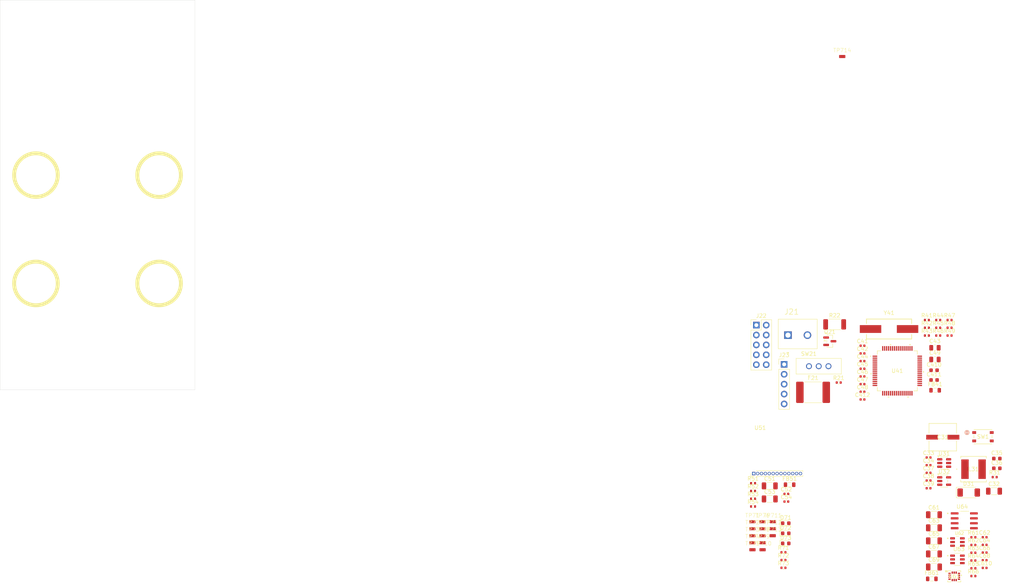
<source format=kicad_pcb>
(kicad_pcb (version 20241229) (generator "pcbnew") (generator_version "9.0")
  (layers (0 "F.Cu" signal) (4 "In1.Cu" signal) (6 "In2.Cu" signal) (2 "B.Cu" signal) (13 "F.Paste" user) (15 "B.Paste" user) (5 "F.SilkS" user "F.Silkscreen") (7 "B.SilkS" user "B.Silkscreen") (1 "F.Mask" user) (3 "B.Mask" user) (25 "Edge.Cuts" user))
  (net 0 "")
  (net 1 "ISEN-")
  (net 2 "VBAT_TVS")
  (net 3 "Net-(U31-BST)")
  (net 4 "Net-(U31-SW)")
  (net 5 "+5V")
  (net 6 "+3.3V")
  (net 7 "NRST")
  (net 8 "/MCU/VDDA")
  (net 9 "/MCU/VCAP_1")
  (net 10 "/Transciever/VDD_PA")
  (net 11 "/Peripherals/IMU_VDDIO")
  (net 12 "/MCU/OSC_IN")
  (net 13 "/MCU/OSC_OUT_R")
  (net 14 "Net-(U41B-PC0)")
  (net 15 "VBAT_PROT")
  (net 16 "/Debug/NRST_LED")
  (net 17 "/Debug/PWR_GOOD_LED")
  (net 18 "/Debug/GPIO_LED")
  (net 19 "DBG_LED")
  (net 20 "/Connectors/VBAT_FUSE")
  (net 21 "+BATT")
  (net 22 "ISEN+")
  (net 23 "SWCLK")
  (net 26 "SWO")
  (net 27 "SWDIO")
  (net 29 "UART_RX")
  (net 30 "UART_TX")
  (net 31 "/Connectors/VBAT_MOS_GATE")
  (net 32 "/Connectors/VBAT_SW")
  (net 33 "/MCU/BOOT0")
  (net 34 "/MCU/OSC_OUT")
  (net 35 "Net-(R45-Pad2)")
  (net 36 "I2C1_SDA")
  (net 37 "I2C1_SCL")
  (net 38 "TR_RXEN")
  (net 39 "TR_TXEN")
  (net 40 "TR_CE")
  (net 41 "TR_CSN")
  (net 42 "IMU_CSN")
  (net 43 "Net-(U61-SDx)")
  (net 44 "Net-(U61-SCx)")
  (net 45 "/Peripherals/EEPROM_A0")
  (net 46 "/Peripherals/EEPROM_A1")
  (net 47 "/Peripherals/EEPROM_A2")
  (net 49 "SPI1_MOSI")
  (net 50 "SPI1_MISO")
  (net 51 "SPI1_SCK")
  (net 52 "SPI2_MOSI")
  (net 53 "SPI2_MISO")
  (net 54 "SPI2_SCK")
  (net 56 "ISEN_ADC")
  (net 73 "IMU_INT")
  (net 75 "EEPROM_WC")
  (net 76 "MAG_INT")
  (net 77 "TR_IRQ")
  (net 83 "PWM1")
  (net 84 "PWM4")
  (net 85 "PWM3")
  (net 86 "PWM2")
  (footprint "Capacitor_SMD:C_0402_1005Metric" (layer "F.Cu") (at 326.7325 176.7)
    (property "Reference" "C52" (at 0 -1.16 0) (layer "F.SilkS"))
    (property "Value" "0.1uF")
    (pad "1" smd roundrect (at -0.48 0) (size 0.56 0.62) (layers "F.Cu" "F.Mask" "F.Paste") (net 10 "/Transciever/VDD_PA"))
    (pad "2" smd roundrect (at 0.48 0) (size 0.56 0.62) (layers "F.Cu" "F.Mask" "F.Paste") (net 1 "ISEN-"))
  )
  (footprint "Capacitor_SMD:C_0805_2012Metric" (layer "F.Cu") (at 364.8625 142.21)
    (property "Reference" "C49" (at 0 -1.68 0) (layer "F.SilkS"))
    (property "Value" "4.7uF")
    (pad "1" smd roundrect (at -0.95 0) (size 1 1.45) (layers "F.Cu" "F.Mask" "F.Paste") (net 6 "+3.3V"))
    (pad "2" smd roundrect (at 0.95 0) (size 1 1.45) (layers "F.Cu" "F.Mask" "F.Paste") (net 1 "ISEN-"))
  )
  (footprint "Resistor_SMD:R_0402_1005Metric" (layer "F.Cu") (at 318.1925 173.96)
    (property "Reference" "R51" (at 0 -1.17 0) (layer "F.SilkS"))
    (property "Value" "47K")
    (pad "1" smd roundrect (at -0.51 0) (size 0.54 0.64) (layers "F.Cu" "F.Mask" "F.Paste") (net 38 "TR_RXEN"))
    (pad "2" smd roundrect (at 0.51 0) (size 0.54 0.64) (layers "F.Cu" "F.Mask" "F.Paste") (net 1 "ISEN-"))
  )
  (footprint "Library:Testpoint 1.6mm x 0.8mm" (layer "F.Cu") (at 320.6375 183.825)
    (property "Reference" "TP76" (at 0 -1.6 0) (layer "F.SilkS") (effects (font (thickness 0.1))))
    (property "Value" "SPI1_SCK")
    (pad "1" smd roundrect (at 0 0) (size 1.6 0.8) (layers "F.Cu" "F.Mask" "F.Paste") (roundrect_rratio 0.15) (net 51 "SPI1_SCK"))
  )
  (footprint "Library:Testpoint 1.6mm x 0.8mm" (layer "F.Cu") (at 318.0375 187.425)
    (property "Reference" "TP73" (at 0 -1.6 0) (layer "F.SilkS") (effects (font (thickness 0.1))))
    (property "Value" "POS5")
    (pad "1" smd roundrect (at 0 0) (size 1.6 0.8) (layers "F.Cu" "F.Mask" "F.Paste") (roundrect_rratio 0.15) (net 5 "+5V"))
  )
  (footprint "Capacitor_SMD:C_0805_2012Metric" (layer "F.Cu") (at 364.8625 139.2)
    (property "Reference" "C43" (at 0 -1.68 0) (layer "F.SilkS"))
    (property "Value" "4.7uF")
    (pad "1" smd roundrect (at -0.95 0) (size 1 1.45) (layers "F.Cu" "F.Mask" "F.Paste") (net 9 "/MCU/VCAP_1"))
    (pad "2" smd roundrect (at 0.95 0) (size 1 1.45) (layers "F.Cu" "F.Mask" "F.Paste") (net 1 "ISEN-"))
  )
  (footprint "Capacitor_SMD:C_0402_1005Metric" (layer "F.Cu") (at 363.2225 171.3)
    (property "Reference" "C37" (at 0 -1.16 0) (layer "F.SilkS"))
    (property "Value" "1uF")
    (pad "1" smd roundrect (at -0.48 0) (size 0.56 0.62) (layers "F.Cu" "F.Mask" "F.Paste") (net 5 "+5V"))
    (pad "2" smd roundrect (at 0.48 0) (size 0.56 0.62) (layers "F.Cu" "F.Mask" "F.Paste") (net 1 "ISEN-"))
  )
  (footprint "Resistor_SMD:R_0402_1005Metric" (layer "F.Cu") (at 365.7025 134.08)
    (property "Reference" "R45" (at 0 -1.17 0) (layer "F.SilkS"))
    (property "Value" "1K")
    (pad "1" smd roundrect (at -0.51 0) (size 0.54 0.64) (layers "F.Cu" "F.Mask" "F.Paste") (net 14 "Net-(U41B-PC0)"))
    (pad "2" smd roundrect (at 0.51 0) (size 0.54 0.64) (layers "F.Cu" "F.Mask" "F.Paste") (net 35 "Net-(R45-Pad2)"))
  )
  (footprint "Library:Testpoint 1.6mm x 0.8mm" (layer "F.Cu") (at 323.2375 183.825)
    (property "Reference" "TP711" (at 0 -1.6 0) (layer "F.SilkS") (effects (font (thickness 0.1))))
    (property "Value" "IMU_CSN")
    (pad "1" smd roundrect (at 0 0) (size 1.6 0.8) (layers "F.Cu" "F.Mask" "F.Paste") (roundrect_rratio 0.15) (net 42 "IMU_CSN"))
  )
  (footprint "Inductor_SMD:L_0805_2012Metric" (layer "F.Cu") (at 364.0625 198.5)
    (property "Reference" "FB61" (at 0 -1.55 0) (layer "F.SilkS"))
    (property "Value" "FerriteBead")
    (pad "1" smd roundrect (at -1.0625 0) (size 0.875 1.2) (layers "F.Cu" "F.Mask" "F.Paste") (net 6 "+3.3V"))
    (pad "2" smd roundrect (at 1.0625 0) (size 0.875 1.2) (layers "F.Cu" "F.Mask" "F.Paste") (net 11 "/Peripherals/IMU_VDDIO"))
  )
  (footprint "Library:Testpoint 1.6mm x 0.8mm" (layer "F.Cu") (at 323.2375 187.425)
    (property "Reference" "TP713" (at 0 -1.6 0) (layer "F.SilkS") (effects (font (thickness 0.1))))
    (property "Value" "I2C1_SCL")
    (pad "1" smd roundrect (at 0 0) (size 1.6 0.8) (layers "F.Cu" "F.Mask" "F.Paste") (roundrect_rratio 0.15) (net 37 "I2C1_SCL"))
  )
  (footprint "MountingHole:MountingHole_3mm" (layer "F.Cu") (at 134.2 94.9)
    (property "Reference" "H11" (hide yes))
    (property "Value" "3mm")
    (pad "" np_thru_hole circle (at 0 0) (size 3 3) (drill 3) (layers "*.Cu" "*.Mask"))
  )
  (footprint "Capacitor_SMD:C_1206_3216Metric" (layer "F.Cu") (at 364.6125 192.1)
    (property "Reference" "C67" (at 0 -1.85 0) (layer "F.SilkS"))
    (property "Value" "10uF")
    (pad "1" smd roundrect (at -1.475 0) (size 1.15 1.8) (layers "F.Cu" "F.Mask" "F.Paste") (roundrect_rratio 0.217391) (net 6 "+3.3V"))
    (pad "2" smd roundrect (at 1.475 0) (size 1.15 1.8) (layers "F.Cu" "F.Mask" "F.Paste") (roundrect_rratio 0.217391) (net 1 "ISEN-"))
  )
  (footprint "Library:WE-XTAL_HC49_4HSMX" (layer "F.Cu") (at 353.0875 134.395)
    (property "Reference" "Y41" (at 0 -4.135 0) (layer "F.SilkS"))
    (property "Value" "LFXTAL003151")
    (pad "1" smd rect (at -4.75 0) (size 5.5 2) (layers "F.Cu" "F.Mask" "F.Paste") (net 12 "/MCU/OSC_IN"))
    (pad "2" smd rect (at 4.75 0) (size 5.5 2) (layers "F.Cu" "F.Mask" "F.Paste") (net 13 "/MCU/OSC_OUT_R"))
  )
  (footprint "Capacitor_SMD:C_1206_3216Metric" (layer "F.Cu") (at 364.6125 195.45)
    (property "Reference" "C69" (at 0 -1.85 0) (layer "F.SilkS"))
    (property "Value" "10uF")
    (pad "1" smd roundrect (at -1.475 0) (size 1.15 1.8) (layers "F.Cu" "F.Mask" "F.Paste") (roundrect_rratio 0.217391) (net 6 "+3.3V"))
    (pad "2" smd roundrect (at 1.475 0) (size 1.15 1.8) (layers "F.Cu" "F.Mask" "F.Paste") (roundrect_rratio 0.217391) (net 1 "ISEN-"))
  )
  (footprint "Library:LQFP64-10x10mm" (layer "F.Cu") (at 355.2108 145.1261)
    (property "Reference" "U41" (at 0 0 0) (layer "F.SilkS"))
    (property "Value" "STM32F410RBT6")
    (pad "1" smd rect (at -5.749999 -3.75) (size 1.1938 0.3048) (layers "F.Cu" "F.Mask" "F.Paste") (net 6 "+3.3V"))
    (pad "2" smd rect (at -5.749999 -3.250001) (size 1.1938 0.3048) (layers "F.Cu" "F.Mask" "F.Paste"))
    (pad "3" smd rect (at -5.749999 -2.75) (size 1.1938 0.3048) (layers "F.Cu" "F.Mask" "F.Paste"))
    (pad "4" smd rect (at -5.749999 -2.250001) (size 1.1938 0.3048) (layers "F.Cu" "F.Mask" "F.Paste"))
    (pad "5" smd rect (at -5.749999 -1.749999) (size 1.1938 0.3048) (layers "F.Cu" "F.Mask" "F.Paste") (net 12 "/MCU/OSC_IN"))
    (pad "6" smd rect (at -5.749999 -1.25) (size 1.1938 0.3048) (layers "F.Cu" "F.Mask" "F.Paste") (net 34 "/MCU/OSC_OUT"))
    (pad "7" smd rect (at -5.749999 -0.750001) (size 1.1938 0.3048) (layers "F.Cu" "F.Mask" "F.Paste") (net 7 "NRST"))
    (pad "8" smd rect (at -5.749999 -0.25) (size 1.1938 0.3048) (layers "F.Cu" "F.Mask" "F.Paste") (net 14 "Net-(U41B-PC0)"))
    (pad "9" smd rect (at -5.749999 0.25) (size 1.1938 0.3048) (layers "F.Cu" "F.Mask" "F.Paste") (net 56 "ISEN_ADC"))
    (pad "10" smd rect (at -5.749999 0.750001) (size 1.1938 0.3048) (layers "F.Cu" "F.Mask" "F.Paste"))
    (pad "11" smd rect (at -5.749999 1.25) (size 1.1938 0.3048) (layers "F.Cu" "F.Mask" "F.Paste"))
    (pad "12" smd rect (at -5.749999 1.749999) (size 1.1938 0.3048) (layers "F.Cu" "F.Mask" "F.Paste") (net 1 "ISEN-"))
    (pad "13" smd rect (at -5.749999 2.250001) (size 1.1938 0.3048) (layers "F.Cu" "F.Mask" "F.Paste") (net 8 "/MCU/VDDA"))
    (pad "14" smd rect (at -5.749999 2.75) (size 1.1938 0.3048) (layers "F.Cu" "F.Mask" "F.Paste"))
    (pad "15" smd rect (at -5.749999 3.250001) (size 1.1938 0.3048) (layers "F.Cu" "F.Mask" "F.Paste"))
    (pad "16" smd rect (at -5.749999 3.75) (size 1.1938 0.3048) (layers "F.Cu" "F.Mask" "F.Paste") (net 30 "UART_TX"))
    (pad "17" smd rect (at -3.75 5.749999 90) (size 1.1938 0.3048) (layers "F.Cu" "F.Mask" "F.Paste") (net 29 "UART_RX"))
    (pad "18" smd rect (at -3.250001 5.749999 90) (size 1.1938 0.3048) (layers "F.Cu" "F.Mask" "F.Paste") (net 1 "ISEN-"))
    (pad "19" smd rect (at -2.75 5.749999 90) (size 1.1938 0.3048) (layers "F.Cu" "F.Mask" "F.Paste") (net 6 "+3.3V"))
    (pad "20" smd rect (at -2.250001 5.749999 90) (size 1.1938 0.3048) (layers "F.Cu" "F.Mask" "F.Paste"))
    (pad "21" smd rect (at -1.749999 5.749999 90) (size 1.1938 0.3048) (layers "F.Cu" "F.Mask" "F.Paste") (net 51 "SPI1_SCK"))
    (pad "22" smd rect (at -1.25 5.749999 90) (size 1.1938 0.3048) (layers "F.Cu" "F.Mask" "F.Paste") (net 50 "SPI1_MISO"))
    (pad "23" smd rect (at -0.750001 5.749999 90) (size 1.1938 0.3048) (layers "F.Cu" "F.Mask" "F.Paste") (net 49 "SPI1_MOSI"))
    (pad "24" smd rect (at -0.25 5.749999 90) (size 1.1938 0.3048) (layers "F.Cu" "F.Mask" "F.Paste") (net 73 "IMU_INT"))
    (pad "25" smd rect (at 0.25 5.749999 90) (size 1.1938 0.3048) (layers "F.Cu" "F.Mask" "F.Paste") (net 40 "TR_CE"))
    (pad "26" smd rect (at 0.750001 5.749999 90) (size 1.1938 0.3048) (layers "F.Cu" "F.Mask" "F.Paste") (net 41 "TR_CSN"))
    (pad "27" smd rect (at 1.25 5.749999 90) (size 1.1938 0.3048) (layers "F.Cu" "F.Mask" "F.Paste") (net 77 "TR_IRQ"))
    (pad "28" smd rect (at 1.749999 5.749999 90) (size 1.1938 0.3048) (layers "F.Cu" "F.Mask" "F.Paste") (net 39 "TR_TXEN"))
    (pad "29" smd rect (at 2.250001 5.749999 90) (size 1.1938 0.3048) (layers "F.Cu" "F.Mask" "F.Paste") (net 38 "TR_RXEN"))
    (pad "30" smd rect (at 2.75 5.749999 90) (size 1.1938 0.3048) (layers "F.Cu" "F.Mask" "F.Paste") (net 9 "/MCU/VCAP_1"))
    (pad "31" smd rect (at 3.250001 5.749999 90) (size 1.1938 0.3048) (layers "F.Cu" "F.Mask" "F.Paste") (net 1 "ISEN-"))
    (pad "32" smd rect (at 3.75 5.749999 90) (size 1.1938 0.3048) (layers "F.Cu" "F.Mask" "F.Paste") (net 6 "+3.3V"))
    (pad "33" smd rect (at 5.749999 3.75) (size 1.1938 0.3048) (layers "F.Cu" "F.Mask" "F.Paste") (net 42 "IMU_CSN"))
    (pad "34" smd rect (at 5.749999 3.250001) (size 1.1938 0.3048) (layers "F.Cu" "F.Mask" "F.Paste") (net 54 "SPI2_SCK"))
    (pad "35" smd rect (at 5.749999 2.75) (size 1.1938 0.3048) (layers "F.Cu" "F.Mask" "F.Paste") (net 53 "SPI2_MISO"))
    (pad "36" smd rect (at 5.749999 2.250001) (size 1.1938 0.3048) (layers "F.Cu" "F.Mask" "F.Paste") (net 52 "SPI2_MOSI"))
    (pad "37" smd rect (at 5.749999 1.749999) (size 1.1938 0.3048) (layers "F.Cu" "F.Mask" "F.Paste"))
    (pad "38" smd rect (at 5.749999 1.25) (size 1.1938 0.3048) (layers "F.Cu" "F.Mask" "F.Paste"))
    (pad "39" smd rect (at 5.749999 0.750001) (size 1.1938 0.3048) (layers "F.Cu" "F.Mask" "F.Paste") (net 19 "DBG_LED"))
    (pad "40" smd rect (at 5.749999 0.25) (size 1.1938 0.3048) (layers "F.Cu" "F.Mask" "F.Paste"))
    (pad "41" smd rect (at 5.749999 -0.25) (size 1.1938 0.3048) (layers "F.Cu" "F.Mask" "F.Paste") (net 83 "PWM1"))
    (pad "42" smd rect (at 5.749999 -0.750001) (size 1.1938 0.3048) (layers "F.Cu" "F.Mask" "F.Paste") (net 86 "PWM2"))
    (pad "43" smd rect (at 5.749999 -1.25) (size 1.1938 0.3048) (layers "F.Cu" "F.Mask" "F.Paste") (net 85 "PWM3"))
    (pad "44" smd rect (at 5.749999 -1.749999) (size 1.1938 0.3048) (layers "F.Cu" "F.Mask" "F.Paste") (net 84 "PWM4"))
    (pad "45" smd rect (at 5.749999 -2.250001) (size 1.1938 0.3048) (layers "F.Cu" "F.Mask" "F.Paste"))
    (pad "46" smd rect (at 5.749999 -2.75) (size 1.1938 0.3048) (layers "F.Cu" "F.Mask" "F.Paste") (net 27 "SWDIO"))
    (pad "47" smd rect (at 5.749999 -3.250001) (size 1.1938 0.3048) (layers "F.Cu" "F.Mask" "F.Paste") (net 1 "ISEN-"))
    (pad "48" smd rect (at 5.749999 -3.75) (size 1.1938 0.3048) (layers "F.Cu" "F.Mask" "F.Paste") (net 6 "+3.3V"))
    (pad "49" smd rect (at 3.75 -5.749999 90) (size 1.1938 0.3048) (layers "F.Cu" "F.Mask" "F.Paste") (net 23 "SWCLK"))
    (pad "50" smd rect (at 3.250001 -5.749999 90) (size 1.1938 0.3048) (layers "F.Cu" "F.Mask" "F.Paste"))
    (pad "51" smd rect (at 2.75 -5.749999 90) (size 1.1938 0.3048) (layers "F.Cu" "F.Mask" "F.Paste") (net 76 "MAG_INT"))
    (pad "52" smd rect (at 2.250001 -5.749999 90) (size 1.1938 0.3048) (layers "F.Cu" "F.Mask" "F.Paste"))
    (pad "53" smd rect (at 1.749999 -5.749999 90) (size 1.1938 0.3048) (layers "F.Cu" "F.Mask" "F.Paste"))
    (pad "54" smd rect (at 1.25 -5.749999 90) (size 1.1938 0.3048) (layers "F.Cu" "F.Mask" "F.Paste"))
    (pad "55" smd rect (at 0.750001 -5.749999 90) (size 1.1938 0.3048) (layers "F.Cu" "F.Mask" "F.Paste") (net 26 "SWO"))
    (pad "56" smd rect (at 0.25 -5.749999 90) (size 1.1938 0.3048) (layers "F.Cu" "F.Mask" "F.Paste"))
    (pad "57" smd rect (at -0.25 -5.749999 90) (size 1.1938 0.3048) (layers "F.Cu" "F.Mask" "F.Paste") (net 75 "EEPROM_WC"))
    (pad "58" smd rect (at -0.750001 -5.749999 90) (size 1.1938 0.3048) (layers "F.Cu" "F.Mask" "F.Paste"))
    (pad "59" smd rect (at -1.25 -5.749999 90) (size 1.1938 0.3048) (layers "F.Cu" "F.Mask" "F.Paste"))
    (pad "60" smd rect (at -1.749999 -5.749999 90) (size 1.1938 0.3048) (layers "F.Cu" "F.Mask" "F.Paste") (net 33 "/MCU/BOOT0"))
    (pad "61" smd rect (at -2.250001 -5.749999 90) (size 1.1938 0.3048) (layers "F.Cu" "F.Mask" "F.Paste") (net 37 "I2C1_SCL"))
    (pad "62" smd rect (at -2.75 -5.749999 90) (size 1.1938 0.3048) (layers "F.Cu" "F.Mask" "F.Paste") (net 36 "I2C1_SDA"))
    (pad "63" smd rect (at -3.250001 -5.749999 90) (size 1.1938 0.3048) (layers "F.Cu" "F.Mask" "F.Paste") (net 1 "ISEN-"))
    (pad "64" smd rect (at -3.75 -5.749999 90) (size 1.1938 0.3048) (layers "F.Cu" "F.Mask" "F.Paste") (net 6 "+3.3V"))
  )
  (footprint "Package_TO_SOT_SMD:SOT-23" (layer "F.Cu") (at 337.8825 137.53)
    (property "Reference" "Q21" (at 0 -2.4 0) (layer "F.SilkS"))
    (property "Value" "IRLML5203")
    (pad "1" smd roundrect (at -0.9375 -0.95) (size 1.475 0.6) (layers "F.Cu" "F.Mask" "F.Paste") (net 31 "/Connectors/VBAT_MOS_GATE"))
    (pad "2" smd roundrect (at -0.9375 0.95) (size 1.475 0.6) (layers "F.Cu" "F.Mask" "F.Paste") (net 32 "/Connectors/VBAT_SW"))
    (pad "3" smd roundrect (at 0.9375 0) (size 1.475 0.6) (layers "F.Cu" "F.Mask" "F.Paste") (net 15 "VBAT_PROT"))
  )
  (footprint "LED_SMD:LED_0603_1608Metric" (layer "F.Cu") (at 326.5825 189.4)
    (property "Reference" "D73" (at 0 -1.43 0) (layer "F.SilkS"))
    (property "Value" "LED BLUE")
    (pad "1" smd roundrect (at -0.7875 0) (size 0.875 0.95) (layers "F.Cu" "F.Mask" "F.Paste") (net 19 "DBG_LED"))
    (pad "2" smd roundrect (at 0.7875 0) (size 0.875 0.95) (layers "F.Cu" "F.Mask" "F.Paste") (net 18 "/Debug/GPIO_LED"))
  )
  (footprint "Resistor_SMD:R_0402_1005Metric" (layer "F.Cu") (at 325.9925 193.68)
    (property "Reference" "R72" (at 0 -1.17 0) (layer "F.SilkS"))
    (property "Value" "330")
    (pad "1" smd roundrect (at -0.51 0) (size 0.54 0.64) (layers "F.Cu" "F.Mask" "F.Paste") (net 6 "+3.3V"))
    (pad "2" smd roundrect (at 0.51 0) (size 0.54 0.64) (layers "F.Cu" "F.Mask" "F.Paste") (net 17 "/Debug/PWR_GOOD_LED"))
  )
  (footprint "Library:SOIC127P600X175-8N" (layer "F.Cu") (at 372.3875 183.6)
    (property "Reference" "U64" (at -0.535 -3.635 0) (layer "F.SilkS"))
    (property "Value" "M24C02-WMN6TP")
    (pad "1" smd roundrect (at -2.475 -1.905) (size 1.97 0.57) (layers "F.Cu" "F.Mask" "F.Paste") (roundrect_rratio 0.125) (net 45 "/Peripherals/EEPROM_A0"))
    (pad "2" smd roundrect (at -2.475 -0.635) (size 1.97 0.57) (layers "F.Cu" "F.Mask" "F.Paste") (roundrect_rratio 0.125) (net 46 "/Peripherals/EEPROM_A1"))
    (pad "3" smd roundrect (at -2.475 0.635) (size 1.97 0.57) (layers "F.Cu" "F.Mask" "F.Paste") (roundrect_rratio 0.125) (net 47 "/Peripherals/EEPROM_A2"))
    (pad "4" smd roundrect (at -2.475 1.905) (size 1.97 0.57) (layers "F.Cu" "F.Mask" "F.Paste") (roundrect_rratio 0.125) (net 1 "ISEN-"))
    (pad "5" smd roundrect (at 2.475 1.905) (size 1.97 0.57) (layers "F.Cu" "F.Mask" "F.Paste") (roundrect_rratio 0.125) (net 36 "I2C1_SDA"))
    (pad "6" smd roundrect (at 2.475 0.635) (size 1.97 0.57) (layers "F.Cu" "F.Mask" "F.Paste") (roundrect_rratio 0.125) (net 37 "I2C1_SCL"))
    (pad "7" smd roundrect (at 2.475 -0.635) (size 1.97 0.57) (layers "F.Cu" "F.Mask" "F.Paste") (roundrect_rratio 0.125) (net 75 "EEPROM_WC"))
    (pad "8" smd roundrect (at 2.475 -1.905) (size 1.97 0.57) (layers "F.Cu" "F.Mask" "F.Paste") (roundrect_rratio 0.125) (net 6 "+3.3V"))
  )
  (footprint "Library:LGA-14L_2P5X3X0P86_STM" (layer "F.Cu") (at 369.8171 197.8506)
    (property "Reference" "U61" (at 0 0 0) (layer "F.SilkS"))
    (property "Value" "LSM6DSOTR")
    (fp_text user "*" (at -2.0828 -1 0) (layer "F.SilkS"))
    (fp_text user "*" (at -2.0828 -1 0) (layer "F.SilkS"))
    (pad "1" smd rect (at -1.2103 -0.750001 90) (size 0.351536 0.57658) (layers "F.Cu" "F.Mask" "F.Paste") (net 53 "SPI2_MISO"))
    (pad "2" smd rect (at -1.2103 -0.25 90) (size 0.351536 0.57658) (layers "F.Cu" "F.Mask" "F.Paste") (net 43 "Net-(U61-SDx)"))
    (pad "3" smd rect (at -1.2103 0.25 90) (size 0.351536 0.57658) (layers "F.Cu" "F.Mask" "F.Paste") (net 44 "Net-(U61-SCx)"))
    (pad "4" smd rect (at -1.2103 0.750001 90) (size 0.351536 0.57658) (layers "F.Cu" "F.Mask" "F.Paste") (net 73 "IMU_INT"))
    (pad "5" smd rect (at -0.499999 0.9563) (size 0.351536 0.57658) (layers "F.Cu" "F.Mask" "F.Paste") (net 11 "/Peripherals/IMU_VDDIO"))
    (pad "6" smd rect (at 0 0.9563) (size 0.351536 0.57658) (layers "F.Cu" "F.Mask" "F.Paste") (net 1 "ISEN-"))
    (pad "7" smd rect (at 0.499999 0.9563) (size 0.351536 0.57658) (layers "F.Cu" "F.Mask" "F.Paste") (net 1 "ISEN-"))
    (pad "8" smd rect (at 1.2103 0.750001 90) (size 0.351536 0.57658) (layers "F.Cu" "F.Mask" "F.Paste") (net 6 "+3.3V"))
    (pad "9" smd rect (at 1.2103 0.25 90) (size 0.351536 0.57658) (layers "F.Cu" "F.Mask" "F.Paste"))
    (pad "10" smd rect (at 1.2103 -0.25 90) (size 0.351536 0.57658) (layers "F.Cu" "F.Mask" "F.Paste"))
    (pad "11" smd rect (at 1.2103 -0.750001 90) (size 0.351536 0.57658) (layers "F.Cu" "F.Mask" "F.Paste"))
    (pad "12" smd rect (at 0.499999 -0.9563) (size 0.351536 0.57658) (layers "F.Cu" "F.Mask" "F.Paste") (net 42 "IMU_CSN"))
    (pad "13" smd rect (at 0 -0.9563) (size 0.351536 0.57658) (layers "F.Cu" "F.Mask" "F.Paste") (net 54 "SPI2_SCK"))
    (pad "14" smd rect (at -0.499999 -0.9563) (size 0.351536 0.57658) (layers "F.Cu" "F.Mask" "F.Paste") (net 52 "SPI2_MOSI"))
  )
  (footprint "MountingHole:MountingHole_5mm" (layer "F.Cu") (at 167.1 137)
    (property "Reference" "H18" (hide yes))
    (property "Value" "5mm")
    (pad "" np_thru_hole circle (at 0 0) (size 5 5) (drill 5) (layers "*.Cu" "*.Mask"))
  )
  (footprint "Resistor_SMD:R_0402_1005Metric" (layer "F.Cu") (at 365.7025 136.07)
    (property "Reference" "R46" (at 0 -1.17 0) (layer "F.SilkS"))
    (property "Value" "27K")
    (pad "1" smd roundrect (at -0.51 0) (size 0.54 0.64) (layers "F.Cu" "F.Mask" "F.Paste") (net 1 "ISEN-"))
    (pad "2" smd roundrect (at 0.51 0) (size 0.54 0.64) (layers "F.Cu" "F.Mask" "F.Paste") (net 35 "Net-(R45-Pad2)"))
  )
  (footprint "Package_TO_SOT_SMD:TSOT-23-6" (layer "F.Cu") (at 367.2325 168.775)
    (property "Reference" "U31" (at 0 -2.4 0) (layer "F.SilkS"))
    (property "Value" "AP63205WU")
    (pad "1" smd roundrect (at -1.1375 -0.95) (size 1.325 0.6) (layers "F.Cu" "F.Mask" "F.Paste") (net 5 "+5V"))
    (pad "2" smd roundrect (at -1.1375 0) (size 1.325 0.6) (layers "F.Cu" "F.Mask" "F.Paste") (net 2 "VBAT_TVS"))
    (pad "3" smd roundrect (at -1.1375 0.95) (size 1.325 0.6) (layers "F.Cu" "F.Mask" "F.Paste") (net 2 "VBAT_TVS"))
    (pad "4" smd roundrect (at 1.1375 0.95) (size 1.325 0.6) (layers "F.Cu" "F.Mask" "F.Paste") (net 1 "ISEN-"))
    (pad "5" smd roundrect (at 1.1375 0) (size 1.325 0.6) (layers "F.Cu" "F.Mask" "F.Paste") (net 4 "Net-(U31-SW)"))
    (pad "6" smd roundrect (at 1.1375 -0.95) (size 1.325 0.6) (layers "F.Cu" "F.Mask" "F.Paste") (net 3 "Net-(U31-BST)"))
  )
  (footprint "Capacitor_SMD:C_0402_1005Metric" (layer "F.Cu") (at 346.2725 138.68)
    (property "Reference" "C41" (at 0 -1.16 0) (layer "F.SilkS"))
    (property "Value" "0.1uF")
    (pad "1" smd roundrect (at -0.48 0) (size 0.56 0.62) (layers "F.Cu" "F.Mask" "F.Paste") (net 8 "/MCU/VDDA"))
    (pad "2" smd roundrect (at 0.48 0) (size 0.56 0.62) (layers "F.Cu" "F.Mask" "F.Paste") (net 1 "ISEN-"))
  )
  (footprint "Library:Testpoint 1.6mm x 0.8mm" (layer "F.Cu") (at 318.0375 185.625)
    (property "Reference" "TP72" (at 0 -1.6 0) (layer "F.SilkS") (effects (font (thickness 0.1))))
    (property "Value" "POS3P3")
    (pad "1" smd roundrect (at 0 0) (size 1.6 0.8) (layers "F.Cu" "F.Mask" "F.Paste") (roundrect_rratio 0.15) (net 6 "+3.3V"))
  )
  (footprint "Inductor_SMD:L_0805_2012Metric" (layer "F.Cu") (at 364.9125 150.11)
    (property "Reference" "FB41" (at 0 -1.55 0) (layer "F.SilkS"))
    (property "Value" "FerriteBead")
    (pad "1" smd roundrect (at -1.0625 0) (size 0.875 1.2) (layers "F.Cu" "F.Mask" "F.Paste") (net 8 "/MCU/VDDA"))
    (pad "2" smd roundrect (at 1.0625 0) (size 0.875 1.2) (layers "F.Cu" "F.Mask" "F.Paste") (net 6 "+3.3V"))
  )
  (footprint "Capacitor_SMD:C_0603_1608Metric" (layer "F.Cu") (at 380.7425 170.14)
    (property "Reference" "C36" (at 0 -1.43 0) (layer "F.SilkS"))
    (property "Value" "22uF")
    (pad "1" smd roundrect (at -0.775 0) (size 0.9 0.95) (layers "F.Cu" "F.Mask" "F.Paste") (net 5 "+5V"))
    (pad "2" smd roundrect (at 0.775 0) (size 0.9 0.95) (layers "F.Cu" "F.Mask" "F.Paste") (net 1 "ISEN-"))
  )
  (footprint "LED_SMD:LED_0603_1608Metric" (layer "F.Cu") (at 326.5825 186.81)
    (property "Reference" "D72" (at 0 -1.43 0) (layer "F.SilkS"))
    (property "Value" "LED GREEN")
    (pad "1" smd roundrect (at -0.7875 0) (size 0.875 0.95) (layers "F.Cu" "F.Mask" "F.Paste") (net 1 "ISEN-"))
    (pad "2" smd roundrect (at 0.7875 0) (size 0.875 0.95) (layers "F.Cu" "F.Mask" "F.Paste") (net 17 "/Debug/PWR_GOOD_LED"))
  )
  (footprint "Library:Testpoint 1.6mm x 0.8mm" (layer "F.Cu") (at 320.6375 191.025)
    (property "Reference" "TP710" (at 0 -1.6 0) (layer "F.SilkS") (effects (font (thickness 0.1))))
    (property "Value" "SPI2_SCK")
    (pad "1" smd roundrect (at 0 0) (size 1.6 0.8) (layers "F.Cu" "F.Mask" "F.Paste") (roundrect_rratio 0.15) (net 54 "SPI2_SCK"))
  )
  (footprint "Resistor_SMD:R_0402_1005Metric" (layer "F.Cu") (at 362.7925 132.09)
    (property "Reference" "R41" (at 0 -1.17 0) (layer "F.SilkS"))
    (property "Value" "10K")
    (pad "1" smd roundrect (at -0.51 0) (size 0.54 0.64) (layers "F.Cu" "F.Mask" "F.Paste") (net 1 "ISEN-"))
    (pad "2" smd roundrect (at 0.51 0) (size 0.54 0.64) (layers "F.Cu" "F.Mask" "F.Paste") (net 33 "/MCU/BOOT0"))
  )
  (footprint "Capacitor_SMD:C_0402_1005Metric" (layer "F.Cu") (at 346.2725 152.47)
    (property "Reference" "C412" (at 0 -1.16 0) (layer "F.SilkS"))
    (property "Value" "0.1uF")
    (pad "1" smd roundrect (at -0.48 0) (size 0.56 0.62) (layers "F.Cu" "F.Mask" "F.Paste") (net 14 "Net-(U41B-PC0)"))
    (pad "2" smd roundrect (at 0.48 0) (size 0.56 0.62) (layers "F.Cu" "F.Mask" "F.Paste") (net 1 "ISEN-"))
  )
  (footprint "Resistor_SMD:R_0402_1005Metric" (layer "F.Cu") (at 318.1925 175.95)
    (property "Reference" "R52" (at 0 -1.17 0) (layer "F.SilkS"))
    (property "Value" "47K")
    (pad "1" smd roundrect (at -0.51 0) (size 0.54 0.64) (layers "F.Cu" "F.Mask" "F.Paste") (net 39 "TR_TXEN"))
    (pad "2" smd roundrect (at 0.51 0) (size 0.54 0.64) (layers "F.Cu" "F.Mask" "F.Paste") (net 1 "ISEN-"))
  )
  (footprint "Capacitor_SMD:C_0402_1005Metric" (layer "F.Cu") (at 363.2225 167.36)
    (property "Reference" "C33" (at 0 -1.16 0) (layer "F.SilkS"))
    (property "Value" "0.1uF")
    (pad "1" smd roundrect (at -0.48 0) (size 0.56 0.62) (layers "F.Cu" "F.Mask" "F.Paste") (net 2 "VBAT_TVS"))
    (pad "2" smd roundrect (at 0.48 0) (size 0.56 0.62) (layers "F.Cu" "F.Mask" "F.Paste") (net 1 "ISEN-"))
  )
  (footprint "Capacitor_SMD:C_1206_3216Metric" (layer "F.Cu") (at 322.4725 177.99)
    (property "Reference" "C53" (at 0 -1.85 0) (layer "F.SilkS"))
    (property "Value" "10uF")
    (pad "1" smd roundrect (at -1.475 0) (size 1.15 1.8) (layers "F.Cu" "F.Mask" "F.Paste") (roundrect_rratio 0.217391) (net 6 "+3.3V"))
    (pad "2" smd roundrect (at 1.475 0) (size 1.15 1.8) (layers "F.Cu" "F.Mask" "F.Paste") (roundrect_rratio 0.217391) (net 1 "ISEN-"))
  )
  (footprint "MountingHole:MountingHole_5mm" (layer "F.Cu") (at 132.9 137)
    (property "Reference" "H17" (hide yes))
    (property "Value" "5mm")
    (pad "" np_thru_hole circle (at 0 0) (size 5 5) (drill 5) (layers "*.Cu" "*.Mask"))
  )
  (footprint "Capacitor_SMD:C_0402_1005Metric" (layer "F.Cu") (at 377.6125 191.75)
    (property "Reference" "C66" (at 0 -1.16 0) (layer "F.SilkS"))
    (property "Value" "0.1uF")
    (pad "1" smd roundrect (at -0.48 0) (size 0.56 0.62) (layers "F.Cu" "F.Mask" "F.Paste") (net 6 "+3.3V"))
    (pad "2" smd roundrect (at 0.48 0) (size 0.56 0.62) (layers "F.Cu" "F.Mask" "F.Paste") (net 1 "ISEN-"))
  )
  (footprint "Resistor_SMD:R_0402_1005Metric" (layer "F.Cu") (at 380.1925 172.39)
    (property "Reference" "R31" (at 0 -1.17 0) (layer "F.SilkS"))
    (property "Value" "10K")
    (pad "1" smd roundrect (at -0.51 0) (size 0.54 0.64) (layers "F.Cu" "F.Mask" "F.Paste") (net 7 "NRST"))
    (pad "2" smd roundrect (at 0.51 0) (size 0.54 0.64) (layers "F.Cu" "F.Mask" "F.Paste") (net 6 "+3.3V"))
  )
  (footprint "Library:SOT95P280X145-6N" (layer "F.Cu") (at 370.6375 193.5)
    (property "Reference" "U63" (at 0.375 -2.635 0) (layer "F.SilkS"))
    (property "Value" "INA181A1IDBVR")
    (pad "1" smd roundrect (at -1.255 -0.95) (size 1.21 0.58) (layers "F.Cu" "F.Mask" "F.Paste") (roundrect_rratio 0.125) (net 56 "ISEN_ADC"))
    (pad "2" smd roundrect (at -1.255 0) (size 1.21 0.58) (layers "F.Cu" "F.Mask" "F.Paste") (roundrect_rratio 0.125) (net 1 "ISEN-"))
    (pad "3" smd roundrect (at -1.255 0.95) (size 1.21 0.58) (layers "F.Cu" "F.Mask" "F.Paste") (roundrect_rratio 0.125) (net 22 "ISEN+"))
    (pad "4" smd roundrect (at 1.255 0.95) (size 1.21 0.58) (layers "F.Cu" "F.Mask" "F.Paste") (roundrect_rratio 0.125) (net 1 "ISEN-"))
    (pad "5" smd roundrect (at 1.255 0) (size 1.21 0.58) (layers "F.Cu" "F.Mask" "F.Paste") (roundrect_rratio 0.125) (net 1 "ISEN-"))
    (pad "6" smd roundrect (at 1.255 -0.95) (size 1.21 0.58) (layers "F.Cu" "F.Mask" "F.Paste") (roundrect_rratio 0.125) (net 6 "+3.3V"))
  )
  (footprint "Inductor_SMD:L_0805_2012Metric" (layer "F.Cu") (at 327.5725 174.34)
    (property "Reference" "FB51" (at 0 -1.55 0) (layer "F.SilkS"))
    (property "Value" "FerriteBead")
    (pad "1" smd roundrect (at -1.0625 0) (size 0.875 1.2) (layers "F.Cu" "F.Mask" "F.Paste") (net 6 "+3.3V"))
    (pad "2" smd roundrect (at 1.0625 0) (size 0.875 1.2) (layers "F.Cu" "F.Mask" "F.Paste") (net 10 "/Transciever/VDD_PA"))
  )
  (footprint "Resistor_SMD:R_0402_1005Metric" (layer "F.Cu") (at 368.6125 132.09)
    (property "Reference" "R47" (at 0 -1.17 0) (layer "F.SilkS"))
    (property "Value" "100K")
    (pad "1" smd roundrect (at -0.51 0) (size 0.54 0.64) (layers "F.Cu" "F.Mask" "F.Paste") (net 35 "Net-(R45-Pad2)"))
    (pad "2" smd roundrect (at 0.51 0) (size 0.54 0.64) (layers "F.Cu" "F.Mask" "F.Paste") (net 2 "VBAT_TVS"))
  )
  (footprint "Library:SOT95P280X140-6N" (layer "F.Cu") (at 370.6375 189.05)
    (property "Reference" "U62" (at 0.5 -2.25 0) (layer "F.SilkS") (effects (font (size 0.787402 0.787402))))
    (property "Value" "TMAG5273C1QDBVR")
    (pad "1" smd roundrect (at -1.255 -0.95) (size 1.21 0.58) (layers "F.Cu" "F.Mask" "F.Paste") (roundrect_rratio 0.125) (net 37 "I2C1_SCL"))
    (pad "2" smd roundrect (at -1.255 0) (size 1.21 0.58) (layers "F.Cu" "F.Mask" "F.Paste") (roundrect_rratio 0.125) (net 1 "ISEN-"))
    (pad "3" smd roundrect (at -1.255 0.95) (size 1.21 0.58) (layers "F.Cu" "F.Mask" "F.Paste") (roundrect_rratio 0.125) (net 1 "ISEN-"))
    (pad "4" smd roundrect (at 1.255 0.95) (size 1.21 0.58) (layers "F.Cu" "F.Mask" "F.Paste") (roundrect_rratio 0.125) (net 6 "+3.3V"))
    (pad "5" smd roundrect (at 1.255 0) (size 1.21 0.58) (layers "F.Cu" "F.Mask" "F.Paste") (roundrect_rratio 0.125) (net 76 "MAG_INT"))
    (pad "6" smd roundrect (at 1.255 -0.95) (size 1.21 0.58) (layers "F.Cu" "F.Mask" "F.Paste") (roundrect_rratio 0.125) (net 36 "I2C1_SDA"))
  )
  (footprint "MountingHole:MountingHole_5mm" (layer "F.Cu") (at 132.9 80.6)
    (property "Reference" "H16" (hide yes))
    (property "Value" "5mm")
    (pad "" np_thru_hole circle (at 0 0) (size 5 5) (drill 5) (layers "*.Cu" "*.Mask"))
  )
  (footprint "Resistor_SMD:R_0402_1005Metric" (layer "F.Cu") (at 368.6125 136.07)
    (property "Reference" "R49" (at 0 -1.17 0) (layer "F.SilkS"))
    (property "Value" "4.7K")
    (pad "1" smd roundrect (at -0.51 0) (size 0.54 0.64) (layers "F.Cu" "F.Mask" "F.Paste") (net 37 "I2C1_SCL"))
    (pad "2" smd roundrect (at 0.51 0) (size 0.54 0.64) (layers "F.Cu" "F.Mask" "F.Paste") (net 6 "+3.3V"))
  )
  (footprint "Resistor_SMD:R_0402_1005Metric" (layer "F.Cu") (at 365.7025 132.09)
    (property "Reference" "R44" (at 0 -1.17 0) (layer "F.SilkS"))
    (property "Value" "No Placement")
    (pad "1" smd roundrect (at -0.51 0) (size 0.54 0.64) (layers "F.Cu" "F.Mask" "F.Paste") (net 33 "/MCU/BOOT0"))
    (pad "2" smd roundrect (at 0.51 0) (size 0.54 0.64) (layers "F.Cu" "F.Mask" "F.Paste") (net 6 "+3.3V"))
  )
  (footprint "Fuse:Fuse_2920_7451Metric" (layer "F.Cu") (at 333.5925 150.64)
    (property "Reference" "F21" (at 0 -3.68 0) (layer "F.SilkS"))
    (property "Value" "Fuse")
    (pad "1" smd roundrect (at -3.3875 0) (size 1.925 5.45) (layers "F.Cu" "F.Mask" "F.Paste") (roundrect_rratio 0.12987) (net 21 "+BATT"))
    (pad "2" smd roundrect (at 3.3875 0) (size 1.925 5.45) (layers "F.Cu" "F.Mask" "F.Paste") (roundrect_rratio 0.12987) (net 20 "/Connectors/VBAT_FUSE"))
  )
  (footprint "Resistor_SMD:R_2010_5025Metric" (layer "F.Cu") (at 339.1325 133.2)
    (property "Reference" "R22" (at 0 -2.28 0) (layer "F.SilkS"))
    (property "Value" "5m")
    (pad "1" smd roundrect (at -2.3125 0) (size 1.225 2.65) (layers "F.Cu" "F.Mask" "F.Paste") (roundrect_rratio 0.204082) (net 22 "ISEN+"))
    (pad "2" smd roundrect (at 2.3125 0) (size 1.225 2.65) (layers "F.Cu" "F.Mask" "F.Paste") (roundrect_rratio 0.204082) (net 1 "ISEN-"))
  )
  (footprint "MountingHole:MountingHole_3mm" (layer "F.Cu") (at 165.8 94.9)
    (property "Reference" "H12" (hide yes))
    (property "Value" "3mm")
    (pad "" np_thru_hole circle (at 0 0) (size 3 3) (drill 3) (layers "*.Cu" "*.Mask"))
  )
  (footprint "Diode_SMD:D_SOD-128" (layer "F.Cu") (at 373.5275 176.35)
    (property "Reference" "D31" (at 0 -2.25 0) (layer "F.SilkS"))
    (property "Value" "SM6F14AY")
    (pad "1" smd roundrect (at -2.2 0) (size 1.4 2.1) (layers "F.Cu" "F.Mask" "F.Paste") (roundrect_rratio 0.1785714286) (net 2 "VBAT_TVS"))
    (pad "2" smd roundrect (at 2.2 0) (size 1.4 2.1) (layers "F.Cu" "F.Mask" "F.Paste") (roundrect_rratio 0.1785714286) (net 15 "VBAT_PROT"))
  )
  (footprint "Resistor_SMD:R_0402_1005Metric" (layer "F.Cu") (at 374.7225 193.79)
    (property "Reference" "R64" (at 0 -1.17 0) (layer "F.SilkS"))
    (property "Value" "10K")
    (pad "1" smd roundrect (at -0.51 0) (size 0.54 0.64) (layers "F.Cu" "F.Mask" "F.Paste") (net 1 "ISEN-"))
    (pad "2" smd roundrect (at 0.51 0) (size 0.54 0.64) (layers "F.Cu" "F.Mask" "F.Paste") (net 45 "/Peripherals/EEPROM_A0"))
  )
  (footprint "Capacitor_SMD:C_1206_3216Metric" (layer "F.Cu") (at 322.4725 174.64)
    (property "Reference" "C51" (at 0 -1.85 0) (layer "F.SilkS"))
    (property "Value" "10uF")
    (pad "1" smd roundrect (at -1.475 0) (size 1.15 1.8) (layers "F.Cu" "F.Mask" "F.Paste") (roundrect_rratio 0.217391) (net 10 "/Transciever/VDD_PA"))
    (pad "2" smd roundrect (at 1.475 0) (size 1.15 1.8) (layers "F.Cu" "F.Mask" "F.Paste") (roundrect_rratio 0.217391) (net 1 "ISEN-"))
  )
  (footprint "Capacitor_SMD:C_0402_1005Metric" (layer "F.Cu") (at 363.2225 173.27)
    (property "Reference" "C38" (at 0 -1.16 0) (layer "F.SilkS"))
    (property "Value" "0.47uF")
    (pad "1" smd roundrect (at -0.48 0) (size 0.56 0.62) (layers "F.Cu" "F.Mask" "F.Paste") (net 6 "+3.3V"))
    (pad "2" smd roundrect (at 0.48 0) (size 0.56 0.62) (layers "F.Cu" "F.Mask" "F.Paste") (net 1 "ISEN-"))
  )
  (footprint "LED_SMD:LED_0603_1608Metric" (layer "F.Cu") (at 326.5825 184.22)
    (property "Reference" "D71" (at 0 -1.43 0) (layer "F.SilkS"))
    (property "Value" "LED RED")
    (pad "1" smd roundrect (at -0.7875 0) (size 0.875 0.95) (layers "F.Cu" "F.Mask" "F.Paste") (net 7 "NRST"))
    (pad "2" smd roundrect (at 0.7875 0) (size 0.875 0.95) (layers "F.Cu" "F.Mask" "F.Paste") (net 16 "/Debug/NRST_LED"))
  )
  (footprint "Capacitor_SMD:C_1206_3216Metric" (layer "F.Cu") (at 364.6125 182.05)
    (property "Reference" "C61" (at 0 -1.85 0) (layer "F.SilkS"))
    (property "Value" "10uF")
    (pad "1" smd roundrect (at -1.475 0) (size 1.15 1.8) (layers "F.Cu" "F.Mask" "F.Paste") (roundrect_rratio 0.217391) (net 11 "/Peripherals/IMU_VDDIO"))
    (pad "2" smd roundrect (at 1.475 0) (size 1.15 1.8) (layers "F.Cu" "F.Mask" "F.Paste") (roundrect_rratio 0.217391) (net 1 "ISEN-"))
  )
  (footprint "Resistor_SMD:R_0402_1005Metric" (layer "F.Cu") (at 374.7225 197.77)
    (property "Reference" "R66" (at 0 -1.17 0) (layer "F.SilkS"))
    (property "Value" "10K")
    (pad "1" smd roundrect (at -0.51 0) (size 0.54 0.64) (layers "F.Cu" "F.Mask" "F.Paste") (net 1 "ISEN-"))
    (pad "2" smd roundrect (at 0.51 0) (size 0.54 0.64) (layers "F.Cu" "F.Mask" "F.Paste") (net 47 "/Peripherals/EEPROM_A2"))
  )
  (footprint "Package_TO_SOT_SMD:SOT-23-5" (layer "F.Cu") (at 367.2325 173.4)
    (property "Reference" "U32" (at 0 -2.4 0) (layer "F.SilkS"))
    (property "Value" "TLV75533PDBV")
    (pad "1" smd roundrect (at -1.1375 -0.95) (size 1.325 0.6) (layers "F.Cu" "F.Mask" "F.Paste") (net 5 "+5V"))
    (pad "2" smd roundrect (at -1.1375 0) (size 1.325 0.6) (layers "F.Cu" "F.Mask" "F.Paste") (net 1 "ISEN-"))
    (pad "3" smd roundrect (at -1.1375 0.95) (size 1.325 0.6) (layers "F.Cu" "F.Mask" "F.Paste") (net 5 "+5V"))
    (pad "4" smd roundrect (at 1.1375 0.95) (size 1.325 0.6) (layers "F.Cu" "F.Mask" "F.Paste"))
    (pad "5" smd roundrect (at 1.1375 -0.95) (size 1.325 0.6) (layers "F.Cu" "F.Mask" "F.Paste") (net 6 "+3.3V"))
  )
  (footprint "Capacitor_SMD:C_0402_1005Metric" (layer "F.Cu") (at 377.6125 189.78)
    (property "Reference" "C64" (at 0 -1.16 0) (layer "F.SilkS"))
    (property "Value" "0.1uF")
    (pad "1" smd roundrect (at -0.48 0) (size 0.56 0.62) (layers "F.Cu" "F.Mask" "F.Paste") (net 6 "+3.3V"))
    (pad "2" smd roundrect (at 0.48 0) (size 0.56 0.62) (layers "F.Cu" "F.Mask" "F.Paste") (net 1 "ISEN-"))
  )
  (footprint "Resistor_SMD:R_0402_1005Metric" (layer "F.Cu") (at 318.1925 179.93)
    (property "Reference" "R54" (at 0 -1.17 0) (layer "F.SilkS"))
    (property "Value" "10K")
    (pad "1" smd roundrect (at -0.51 0) (size 0.54 0.64) (layers "F.Cu" "F.Mask" "F.Paste") (net 41 "TR_CSN"))
    (pad "2" smd roundrect (at 0.51 0) (size 0.54 0.64) (layers "F.Cu" "F.Mask" "F.Paste") (net 6 "+3.3V"))
  )
  (footprint "Library:Testpoint 1.6mm x 0.8mm" (layer "F.Cu") (at 320.6375 185.625)
    (property "Reference" "TP77" (at 0 -1.6 0) (layer "F.SilkS") (effects (font (thickness 0.1))))
    (property "Value" "TR_CSN")
    (pad "1" smd roundrect (at 0 0) (size 1.6 0.8) (layers "F.Cu" "F.Mask" "F.Paste") (roundrect_rratio 0.15) (net 41 "TR_CSN"))
  )
  (footprint "Resistor_SMD:R_0402_1005Metric" (layer "F.Cu") (at 368.6125 134.08)
    (property "Reference" "R48" (at 0 -1.17 0) (layer "F.SilkS"))
    (property "Value" "4.7K")
    (pad "1" smd roundrect (at -0.51 0) (size 0.54 0.64) (layers "F.Cu" "F.Mask" "F.Paste") (net 36 "I2C1_SDA"))
    (pad "2" smd roundrect (at 0.51 0) (size 0.54 0.64) (layers "F.Cu" "F.Mask" "F.Paste") (net 6 "+3.3V"))
  )
  (footprint "Resistor_SMD:R_0402_1005Metric" (layer "F.Cu") (at 374.7225 189.81)
    (property "Reference" "R62" (at 0 -1.17 0) (layer "F.SilkS"))
    (property "Value" "10K")
    (pad "1" smd roundrect (at -0.51 0) (size 0.54 0.64) (layers "F.Cu" "F.Mask" "F.Paste") (net 1 "ISEN-"))
    (pad "2" smd roundrect (at 0.51 0) (size 0.54 0.64) (layers "F.Cu" "F.Mask" "F.Paste") (net 43 "Net-(U61-SDx)"))
  )
  (footprint "Resistor_SMD:R_0402_1005Metric" (layer "F.Cu") (at 318.1925 177.94)
    (property "Reference" "R53" (at 0 -1.17 0) (layer "F.SilkS"))
    (property "Value" "47K")
    (pad "1" smd roundrect (at -0.51 0) (size 0.54 0.64) (layers "F.Cu" "F.Mask" "F.Paste") (net 40 "TR_CE"))
    (pad "2" smd roundrect (at 0.51 0) (size 0.54 0.64) (layers "F.Cu" "F.Mask" "F.Paste") (net 1 "ISEN-"))
  )
  (footprint "Capacitor_SMD:C_0603_1608Metric" (layer "F.Cu") (at 364.6425 144.97)
    (property "Reference" "C410" (at 0 -1.43 0) (layer "F.SilkS"))
    (property "Value" "27pF")
    (pad "1" smd roundrect (at -0.775 0) (size 0.9 0.95) (layers "F.Cu" "F.Mask" "F.Paste") (net 12 "/MCU/OSC_IN"))
    (pad "2" smd roundrect (at 0.775 0) (size 0.9 0.95) (layers "F.Cu" "F.Mask" "F.Paste") (net 1 "ISEN-"))
  )
  (footprint "Library:SW_EG1218" (layer "F.Cu") (at 335.0425 143.94)
    (property "Reference" "SW21" (at -2.54 -3.175 0) (layer "F.SilkS"))
    (property "Value" "~")
    (pad "1" thru_hole circle (at -2.5 0) (size 1.508 1.508) (drill 1) (layers "*.Cu" "*.Mask") (net 32 "/Connectors/VBAT_SW"))
    (pad "2" thru_hole circle (at 0 0) (size 1.508 1.508) (drill 1) (layers "*.Cu" "*.Mask") (net 20 "/Connectors/VBAT_FUSE"))
    (pad "3" thru_hole circle (at 2.5 0) (size 1.508 1.508) (drill 1) (layers "*.Cu" "*.Mask"))
  )
  (footprint "Library:Testpoint 1.6mm x 0.8mm" (layer "F.Cu") (at 341.075 64.475)
    (property "Reference" "TP714" (at 0 -1.6 0) (layer "F.SilkS") (effects (font (thickness 0.1))))
    (property "Value" "PWM1")
    (pad "1" smd roundrect (at 0 0) (size 1.6 0.8) (layers "F.Cu" "F.Mask" "F.Paste") (roundrect_rratio 0.15) (net 83 "PWM1"))
  )
  (footprint "Capacitor_SMD:C_0402_1005Metric" (layer "F.Cu") (at 377.6125 193.72)
    (property "Reference" "C68" (at 0 -1.16 0) (layer "F.SilkS"))
    (property "Value" "0.1uF")
    (pad "1" smd roundrect (at -0.48 0) (size 0.56 0.62) (layers "F.Cu" "F.Mask" "F.Paste") (net 6 "+3.3V"))
    (pad "2" smd roundrect (at 0.48 0) (size 0.56 0.62) (layers "F.Cu" "F.Mask" "F.Paste") (net 1 "ISEN-"))
  )
  (footprint "MountingHole:MountingHole_5mm" (layer "F.Cu") (at 167.1 80.6)
    (property "Reference" "H15" (hide yes))
    (property "Value" "5mm")
    (pad "" np_thru_hole circle (at 0 0) (size 5 5) (drill 5) (layers "*.Cu" "*.Mask"))
  )
  (footprint "Library:Testpoint 1.6mm x 0.8mm" (layer "F.Cu") (at 323.2375 185.625)
    (property "Reference" "TP712" (at 0 -1.6 0) (layer "F.SilkS") (effects (font (thickness 0.1))))
    (property "Value" "I2C1_SDA")
    (pad "1" smd roundrect (at 0 0) (size 1.6 0.8) (layers "F.Cu" "F.Mask" "F.Paste") (roundrect_rratio 0.15) (net 36 "I2C1_SDA"))
  )
  (footprint "Resistor_SMD:R_0402_1005Metric" (layer "F.Cu") (at 325.9925 195.67)
    (property "Reference" "R73" (at 0 -1.17 0) (layer "F.SilkS"))
    (property "Value" "330")
    (pad "1" smd roundrect (at -0.51 0) (size 0.54 0.64) (layers "F.Cu" "F.Mask" "F.Paste") (net 6 "+3.3V"))
    (pad "2" smd roundrect (at 0.51 0) (size 0.54 0.64) (layers "F.Cu" "F.Mask" "F.Paste") (net 18 "/Debug/GPIO_LED"))
  )
  (footprint "Capacitor_SMD:C_0402_1005Metric" (layer "F.Cu") (at 363.2225 175.24)
    (property "Reference" "C39" (at 0 -1.16 0) (layer "F.SilkS"))
    (property "Value" "0.1uF")
    (pad "1" smd roundrect (at -0.48 0) (size 0.56 0.62) (layers "F.Cu" "F.Mask" "F.Paste") (net 7 "NRST"))
    (pad "2" smd roundrect (at 0.48 0) (size 0.56 0.62) (layers "F.Cu" "F.Mask" "F.Paste") (net 1 "ISEN-"))
  )
  (footprint "Capacitor_SMD:C_1206_3216Metric" (layer "F.Cu") (at 364.6125 188.75)
    (property "Reference" "C65" (at 0 -1.85 0) (layer "F.SilkS"))
    (property "Value" "10uF")
    (pad "1" smd roundrect (at -1.475 0) (size 1.15 1.8) (layers "F.Cu" "F.Mask" "F.Paste") (roundrect_rratio 0.217391) (net 6 "+3.3V"))
    (pad "2" smd roundrect (at 1.475 0) (size 1.15 1.8) (layers "F.Cu" "F.Mask" "F.Paste") (roundrect_rratio 0.217391) (net 1 "ISEN-"))
  )
  (footprint "Capacitor_SMD:C_0603_1608Metric" (layer "F.Cu") (at 380.7425 167.63)
    (property "Reference" "C35" (at 0 -1.43 0) (layer "F.SilkS"))
    (property "Value" "22uF")
    (pad "1" smd roundrect (at -0.775 0) (size 0.9 0.95) (layers "F.Cu" "F.Mask" "F.Paste") (net 5 "+5V"))
    (pad "2" smd roundrect (at 0.775 0) (size 0.9 0.95) (layers "F.Cu" "F.Mask" "F.Paste") (net 1 "ISEN-"))
  )
  (footprint "Library:Testpoint 1.6mm x 0.8mm" (layer "F.Cu") (at 318.0375 189.225)
    (property "Reference" "TP74" (at 0 -1.6 0) (layer "F.SilkS") (effects (font (thickness 0.1))))
    (property "Value" "SPI1_MOSI")
    (pad "1" smd roundrect (at 0 0) (size 1.6 0.8) (layers "F.Cu" "F.Mask" "F.Paste") (roundrect_rratio 0.15) (net 49 "SPI1_MOSI"))
  )
  (footprint "Library:CUI_TB002-500-02BE" (layer "F.Cu") (at 327.1525 135.97)
    (property "Reference" "J21" (at 0.945 -5.989 0) (layer "F.SilkS") (effects (font (size 1.4 1.4))))
    (property "Value" "Battery")
    (pad "1" thru_hole rect (at 0 0) (size 1.95 1.95) (drill 1.3) (layers "*.Cu" "*.Mask") (net 21 "+BATT"))
    (pad "2" thru_hole circle (at 5 0) (size 1.95 1.95) (drill 1.3) (layers "*.Cu" "*.Mask") (net 22 "ISEN+"))
  )
  (footprint "Capacitor_SMD:C_0402_1005Metric" (layer "F.Cu") (at 363.2225 169.33)
    (property "Reference" "C34" (at 0 -1.16 0) (layer "F.SilkS"))
    (property "Value" "0.1uF")
    (pad "1" smd roundrect (at -0.48 0) (size 0.56 0.62) (layers "F.Cu" "F.Mask" "F.Paste") (net 3 "Net-(U31-BST)"))
    (pad "2" smd roundrect (at 0.48 0) (size 0.56 0.62) (layers "F.Cu" "F.Mask" "F.Paste") (net 4 "Net-(U31-SW)"))
  )
  (footprint "Library:Testpoint 1.6mm x 0.8mm" (layer "F.Cu") (at 320.6375 187.425)
    (property "Reference" "TP78" (at 0 -1.6 0) (layer "F.SilkS") (effects (font (thickness 0.1))))
    (property "Value" "SPI2_MOSI")
    (pad "1" smd roundrect (at 0 0) (size 1.6 0.8) (layers "F.Cu" "F.Mask" "F.Paste") (roundrect_rratio 0.15) (net 52 "SPI2_MOSI"))
  )
  (footprint "Library:Testpoint 1.6mm x 0.8mm" (layer "F.Cu") (at 318.0375 191.025)
    (property "Reference" "TP75" (at 0 -1.6 0) (layer "F.SilkS") (effects (font (thickness 0.1))))
    (property "Value" "SPI1_MISO")
    (pad "1" smd roundrect (at 0 0) (size 1.6 0.8) (layers "F.Cu" "F.Mask" "F.Paste") (roundrect_rratio 0.15) (net 50 "SPI1_MISO"))
  )
  (footprint "Resistor_SMD:R_0402_1005Metric" (layer "F.Cu") (at 374.7225 195.78)
    (property "Reference" "R65" (at 0 -1.17 0) (layer "F.SilkS"))
    (property "Value" "10K")
    (pad "1" smd roundrect (at -0.51 0) (size 0.54 0.64) (layers "F.Cu" "F.Mask" "F.Paste") (net 1 "ISEN-"))
    (pad "2" smd roundrect (at 0.51 0) (size 0.54 0.64) (layers "F.Cu" "F.Mask" "F.Paste") (net 46 "/Peripherals/EEPROM_A1"))
  )
  (footprint "Connector_PinHeader_2.54mm:PinHeader_2x05_P2.54mm_Vertical" (layer "F.Cu") (at 319.0325 133.39)
    (property "Reference" "J22" (at 1.27 -2.38 0) (layer "F.SilkS"))
    (property "Value" "Debug")
    (pad "1" thru_hole rect (at 0 0) (size 1.7 1.7) (drill 1) (layers "*.Cu" "*.Mask") (net 6 "+3.3V"))
    (pad "2" thru_hole circle (at 2.54 0) (size 1.7 1.7) (drill 1) (layers "*.Cu" "*.Mask") (net 1 "ISEN-"))
    (pad "3" thru_hole circle (at 0 2.54) (size 1.7 1.7) (drill 1) (layers "*.Cu" "*.Mask") (net 27 "SWDIO"))
    (pad "4" thru_hole circle (at 2.54 2.54) (size 1.7 1.7) (drill 1) (layers "*.Cu" "*.Mask") (net 23 "SWCLK"))
    (pad "5" thru_hole circle (at 0 5.08) (size 1.7 1.7) (drill 1) (layers "*.Cu" "*.Mask") (net 7 "NRST"))
    (pad "6" thru_hole circle (at 2.54 5.08) (size 1.7 1.7) (drill 1) (layers "*.Cu" "*.Mask") (net 26 "SWO"))
    (pad "7" thru_hole circle (at 0 7.62) (size 1.7 1.7) (drill 1) (layers "*.Cu" "*.Mask") (net 1 "ISEN-"))
    (pad "8" thru_hole circle (at 2.54 7.62) (size 1.7 1.7) (drill 1) (layers "*.Cu" "*.Mask"))
    (pad "9" thru_hole circle (at 0 10.16) (size 1.7 1.7) (drill 1) (layers "*.Cu" "*.Mask"))
    (pad "10" thru_hole circle (at 2.54 10.16) (size 1.7 1.7) (drill 1) (layers "*.Cu" "*.Mask"))
  )
  (footprint "Capacitor_SMD:C_0402_1005Metric" (layer "F.Cu") (at 346.2725 148.53)
    (property "Reference" "C47" (at 0 -1.16 0) (layer "F.SilkS"))
    (property "Value" "0.1uF")
    (pad "1" smd roundrect (at -0.48 0) (size 0.56 0.62) (layers "F.Cu" "F.Mask" "F.Paste") (net 6 "+3.3V"))
    (pad "2" smd roundrect (at 0.48 0) (size 0.56 0.62) (layers "F.Cu" "F.Mask" "F.Paste") (net 1 "ISEN-"))
  )
  (footprint "Capacitor_SMD:C_0402_1005Metric" (layer "F.Cu") (at 346.2725 140.65)
    (property "Reference" "C42" (at 0 -1.16 0) (layer "F.SilkS"))
    (property "Value" "1uF")
    (pad "1" smd roundrect (at -0.48 0) (size 0.56 0.62) (layers "F.Cu" "F.Mask" "F.Paste") (net 8 "/MCU/VDDA"))
    (pad "2" smd roundrect (at 0.48 0) (size 0.56 0.62) (layers "F.Cu" "F.Mask" "F.Paste") (net 1 "ISEN-"))
  )
  (footprint "Capacitor_SMD:C_1206_3216Metric" (layer "F.Cu") (at 364.6125 185.4)
    (property "Reference" "C63" (at 0 -1.85 0) (layer "F.SilkS"))
    (property "Value" "10uF")
    (pad "1" smd roundrect (at -1.475 0) (size 1.15 1.8) (layers "F.Cu" "F.Mask" "F.Paste") (roundrect_rratio 0.217391) (net 6 "+3.3V"))
    (pad "2" smd roundrect (at 1.475 0) (size 1.15 1.8) (layers "F.Cu" "F.Mask" "F.Paste") (roundrect_rratio 0.217391) (net 1 "ISEN-"))
  )
  (footprint "Library:Testpoint 1.6mm x 0.8mm" (layer "F.Cu") (at 320.6375 189.225)
    (property "Reference" "TP79" (at 0 -1.6 0) (layer "F.SilkS") (effects (font (thickness 0.1))))
    (property "Value" "SPI2_MISO")
    (pad "1" smd roundrect (at 0 0) (size 1.6 0.8) (layers "F.Cu" "F.Mask" "F.Paste") (roundrect_rratio 0.15) (net 53 "SPI2_MISO"))
  )
  (footprint "Library:TANGO-24PA" (layer "F.Cu") (at 338.826207 165.84)
    (property "Reference" "U51" (at -18.8 -6.1 0) (layer "F.SilkS"))
    (property "Value" "~")
    (pad "1" thru_hole rect (at -20.463707 5.635 90) (size 0.85 0.85) (drill 0.5) (layers "*.Cu" "*.Mask") (net 6 "+3.3V"))
    (pad "2" thru_hole circle (at -19.463707 5.635 90) (size 0.85 0.85) (drill 0.5) (layers "*.Cu" "*.Mask") (net 1 "ISEN-"))
    (pad "3" thru_hole circle (at -18.463707 5.635 90) (size 0.85 0.85) (drill 0.5) (layers "*.Cu" "*.Mask") (net 40 "TR_CE"))
    (pad "4" thru_hole circle (at -17.463707 5.635 90) (size 0.85 0.85) (drill 0.5) (layers "*.Cu" "*.Mask") (net 41 "TR_CSN"))
    (pad "5" thru_hole circle (at -16.463707 5.635 90) (size 0.85 0.85) (drill 0.5) (layers "*.Cu" "*.Mask") (net 51 "SPI1_SCK"))
    (pad "6" thru_hole circle (at -15.463707 5.635 90) (size 0.85 0.85) (drill 0.5) (layers "*.Cu" "*.Mask") (net 49 "SPI1_MOSI"))
    (pad "7" thru_hole circle (at -14.463707 5.635 90) (size 0.85 0.85) (drill 0.5) (layers "*.Cu" "*.Mask") (net 1 "ISEN-"))
    (pad "8" thru_hole circle (at -13.463707 5.635 90) (size 0.85 0.85) (drill 0.5) (layers "*.Cu" "*.Mask") (net 77 "TR_IRQ"))
    (pad "9" thru_hole circle (at -12.463707 5.635 90) (size 0.85 0.85) (drill 0.5) (layers "*.Cu" "*.Mask") (net 50 "SPI1_MISO"))
    (pad "10" thru_hole circle (at -11.463707 5.635 90) (size 0.85 0.85) (drill 0.5) (layers "*.Cu" "*.Mask") (net 10 "/Transciever/VDD_PA"))
    (pad "11" thru_hole circle (at -10.463707 5.635 90) (size 0.85 0.85) (drill 0.5) (layers "*.Cu" "*.Mask") (net 39 "TR_TXEN"))
    (pad "12" thru_hole circle (at -9.463707 5.635 90) (size 0.85 0.85) (drill 0.5) (layers "*.Cu" "*.Mask") (net 38 "TR_RXEN"))
    (pad "13" thru_hole circle (at -8.463707 5.635 90) (size 0.85 0.85) (drill 0.5) (layers "*.Cu" "*.Mask") (net 1 "ISEN-"))
  )
  (footprint "MountingHole:MountingHole_3mm" (layer "F.Cu") (at 134.2 122.7)
    (property "Reference" "H13" (hide yes))
    (property "Value" "3mm")
    (pad "" np_thru_hole circle (at 0 0) (size 3 3) (drill 3) (layers "*.Cu" "*.Mask"))
  )
  (footprint "MountingHole:MountingHole_3mm" (layer "F.Cu") (at 165.8 122.7)
    (property "Reference" "H14" (hide yes))
    (property "Value" "3mm")
    (pad "" np_thru_hole circle (at 0 0) (size 3 3) (drill 3) (layers "*.Cu" "*.Mask"))
  )
  (footprint "Capacitor_SMD:C_0603_1608Metric" (layer "F.Cu") (at 364.6425 147.48)
    (property "Reference" "C411" (at 0 -1.43 0) (layer "F.SilkS"))
    (property "Value" "27pF")
    (pad "1" smd roundrect (at -0.775 0) (size 0.9 0.95) (layers "F.Cu" "F.Mask" "F.Paste") (net 13 "/MCU/OSC_OUT_R"))
    (pad "2" smd roundrect (at 0.775 0) (size 0.9 0.95) (layers "F.Cu" "F.Mask" "F.Paste") (net 1 "ISEN-"))
  )
  (footprint "Capacitor_SMD:C_0402_1005Metric" (layer "F.Cu") (at 346.2725 150.5)
    (property "Reference" "C48" (at 0 -1.16 0) (layer "F.SilkS"))
    (property "Value" "0.1uF")
    (pad "1" smd roundrect (at -0.48 0) (size 0.56 0.62) (layers "F.Cu" "F.Mask" "F.Paste") (net 6 "+3.3V"))
    (pad "2" smd roundrect (at 0.48 0) (size 0.56 0.62) (layers "F.Cu" "F.Mask" "F.Paste") (net 1 "ISEN-"))
  )
  (footprint "Capacitor_SMD:C_0402_1005Metric" (layer "F.Cu") (at 377.6125 195.69)
    (property "Reference" "C610" (at 0 -1.16 0) (layer "F.SilkS"))
    (property "Value" "0.1uF")
    (pad "1" smd roundrect (at -0.48 0) (size 0.56 0.62) (layers "F.Cu" "F.Mask" "F.Paste") (net 6 "+3.3V"))
    (pad "2" smd roundrect (at 0.48 0) (size 0.56 0.62) (layers "F.Cu" "F.Mask" "F.Paste") (net 1 "ISEN-"))
  )
  (footprint "Capacitor_SMD:C_1206_3216Metric" (layer "F.Cu") (at 380.0225 176)
    (property "Reference" "C32" (at 0 -1.85 0) (layer "F.SilkS"))
    (property "Value" "10uF")
    (pad "1" smd roundrect (at -1.475 0) (size 1.15 1.8) (layers "F.Cu" "F.Mask" "F.Paste") (roundrect_rratio 0.217391) (net 2 "VBAT_TVS"))
    (pad "2" smd roundrect (at 1.475 0) (size 1.15 1.8) (layers "F.Cu" "F.Mask" "F.Paste") (roundrect_rratio 0.217391) (net 1 "ISEN-"))
  )
  (footprint "Library:IND_VLS6045EX-4R7M_TDK" (layer "F.Cu") (at 374.7652 170.3548)
    (property "Reference" "L31" (at 0 0 0) (layer "F.SilkS"))
    (property "Value" "4.7uH")
    (pad "1" smd rect (at -2.1971 0) (size 1.905 5.0038) (layers "F.Cu" "F.Mask" "F.Paste") (net 4 "Net-(U31-SW)"))
    (pad "2" smd rect (at 2.1971 0) (size 1.905 5.0038) (layers "F.Cu" "F.Mask" "F.Paste") (net 5 "+5V"))
  )
  (footprint "Library:CAP_A768EB_6.8x6.8_KEM" (layer "F.Cu") (at 366.8722 162.1488)
    (property "Reference" "C31" (at 0 0 0) (layer "F.SilkS"))
    (property "Value" "100uF")
    (pad "1" smd rect (at -2.7305 0) (size 3.048 1.2192) (layers "F.Cu" "F.Mask" "F.Paste") (net 2 "VBAT_TVS"))
    (pad "2" smd rect (at 2.7305 0) (size 3.048 1.2192) (layers "F.Cu" "F.Mask" "F.Paste") (net 1 "ISEN-"))
  )
  (footprint "Library:Testpoint 1.6mm x 0.8mm" (layer "F.Cu") (at 318.0375 183.825)
    (property "Reference" "TP71" (at 0 -1.6 0) (layer "F.SilkS") (effects (font (thickness 0.1))))
    (property "Value" "GND")
    (pad "1" smd roundrect (at 0 0) (size 1.6 0.8) (layers "F.Cu" "F.Mask" "F.Paste") (roundrect_rratio 0.15) (net 1 "ISEN-"))
  )
  (footprint "Resistor_SMD:R_0402_1005Metric" (layer "F.Cu") (at 340.1725 148.13)
    (property "Reference" "R21" (at 0 -1.17 0) (layer "F.SilkS"))
    (property "Value" "100K")
    (pad "1" smd roundrect (at -0.51 0) (size 0.54 0.64) (layers "F.Cu" "F.Mask" "F.Paste") (net 31 "/Connectors/VBAT_MOS_GATE"))
    (pad "2" smd roundrect (at 0.51 0) (size 0.54 0.64) (layers "F.Cu" "F.Mask" "F.Paste") (net 1 "ISEN-"))
  )
  (footprint "Resistor_SMD:R_0402_1005Metric" (layer "F.Cu") (at 362.7925 134.08)
    (property "Reference" "R42" (at 0 -1.17 0) (layer "F.SilkS"))
    (property "Value" "0")
    (pad "1" smd roundrect (at -0.51 0) (size 0.54 0.64) (layers "F.Cu" "F.Mask" "F.Paste") (net 34 "/MCU/OSC_OUT"))
    (pad "2" smd roundrect (at 0.51 0) (size 0.54 0.64) (layers "F.Cu" "F.Mask" "F.Paste") (net 13 "/MCU/OSC_OUT_R"))
  )
  (footprint "Resistor_SMD:R_0402_1005Metric" (layer "F.Cu") (at 374.7225 191.8)
    (property "Reference" "R63" (at 0 -1.17 0) (layer "F.SilkS"))
    (property "Value" "10K")
    (pad "1" smd roundrect (at -0.51 0) (size 0.54 0.64) (layers "F.Cu" "F.Mask" "F.Paste") (net 1 "ISEN-"))
    (pad "2" smd roundrect (at 0.51 0) (size 0.54 0.64) (layers "F.Cu" "F.Mask" "F.Paste") (net 44 "Net-(U61-SCx)"))
  )
  (footprint "Capacitor_SMD:C_0402_1005Metric" (layer "F.Cu") (at 346.2725 146.56)
    (property "Reference" "C46" (at 0 -1.16 0) (layer "F.SilkS"))
    (property "Value" "0.1uF")
    (pad "1" smd roundrect (at -0.48 0) (size 0.56 0.62) (layers "F.Cu" "F.Mask" "F.Paste") (net 6 "+3.3V"))
    (pad "2" smd roundrect (at 0.48 0) (size 0.56 0.62) (layers "F.Cu" "F.Mask" "F.Paste") (net 1 "ISEN-"))
  )
  (footprint "Connector_PinHeader_2.54mm:PinHeader_1x05_P2.54mm_Vertical" (layer "F.Cu") (at 326.1725 143.46)
    (property "Reference" "J23" (at 0 -2.38 0) (layer "F.SilkS"))
    (property "Value" "UART")
    (pad "1" thru_hole rect (at 0 0) (size 1.7 1.7) (drill 1) (layers "*.Cu" "*.Mask") (net 5 "+5V"))
    (pad "2" thru_hole circle (at 0 2.54) (size 1.7 1.7) (drill 1) (layers "*.Cu" "*.Mask") (net 6 "+3.3V"))
    (pad "3" thru_hole circle (at 0 5.08) (size 1.7 1.7) (drill 1) (layers "*.Cu" "*.Mask") (net 30 "UART_TX"))
    (pad "4" thru_hole circle (at 0 7.62) (size 1.7 1.7) (drill 1) (layers "*.Cu" "*.Mask") (net 29 "UART_RX"))
    (pad "5" thru_hole circle (at 0 10.16) (size 1.7 1.7) (drill 1) (layers "*.Cu" "*.Mask") (net 1 "ISEN-"))
  )
  (footprint "Capacitor_SMD:C_0402_1005Metric" (layer "F.Cu") (at 377.6125 187.81)
    (property "Reference" "C62" (at 0 -1.16 0) (layer "F.SilkS"))
    (property "Value" "0.1uF")
    (pad "1" smd roundrect (at -0.48 0) (size 0.56 0.62) (layers "F.Cu" "F.Mask" "F.Paste") (net 11 "/Peripherals/IMU_VDDIO"))
    (pad "2" smd roundrect (at 0.48 0) (size 0.56 0.62) (layers "F.Cu" "F.Mask" "F.Paste") (net 1 "ISEN-"))
  )
  (footprint "Resistor_SMD:R_0402_1005Metric" (layer "F.Cu") (at 325.9925 191.69)
    (property "Reference" "R71" (at 0 -1.17 0) (layer "F.SilkS"))
    (property "Value" "330")
    (pad "1" smd roundrect (at -0.51 0) (size 0.54 0.64) (layers "F.Cu" "F.Mask" "F.Paste") (net 6 "+3.3V"))
    (pad "2" smd roundrect (at 0.51 0) (size 0.54 0.64) (layers "F.Cu" "F.Mask" "F.Paste") (net 16 "/Debug/NRST_LED"))
  )
  (footprint "Capacitor_SMD:C_0402_1005Metric" (layer "F.Cu") (at 346.2725 142.62)
    (property "Reference" "C44" (at 0 -1.16 0) (layer "F.SilkS"))
    (property "Value" "0.1uF")
    (pad "1" smd roundrect (at -0.48 0) (size 0.56 0.62) (layers "F.Cu" "F.Mask" "F.Paste") (net 6 "+3.3V"))
    (pad "2" smd roundrect (at 0.48 0) (size 0.56 0.62) (layers "F.Cu" "F.Mask" "F.Paste") (net 1 "ISEN-"))
  )
  (footprint "Library:SW4_PTS815 SJM 250 SMTR LFS_CNK" (layer "F.Cu") (at 377.1846 162.03)
    (property "Reference" "SW1" (at 0 0 0) (layer "F.SilkS"))
    (property "Value" "PTS815 SJM 250 SMTR LFS")
    (pad "1" smd rect (at -2.250001 -1.074999) (size 0.9906 0.7112) (layers "F.Cu" "F.Mask" "F.Paste") (net 7 "NRST"))
    (pad "2" smd rect (at 2.250001 -1.074999) (size 0.9906 0.7112) (layers "F.Cu" "F.Mask" "F.Paste") (net 7 "NRST"))
    (pad "3" smd rect (at -2.250001 1.074999) (size 0.9906 0.7112) (layers "F.Cu" "F.Mask" "F.Paste") (net 1 "ISEN-"))
    (pad "4" smd rect (at 2.250001 1.074999) (size 0.9906 0.7112) (layers "F.Cu" "F.Mask" "F.Paste") (net 1 "ISEN-"))
  )
  (footprint "Capacitor_SMD:C_0402_1005Metric" (layer "F.Cu") (at 346.2725 144.59)
    (property "Reference" "C45" (at 0 -1.16 0) (layer "F.SilkS"))
    (property "Value" "0.1uF")
    (pad "1" smd roundrect (at -0.48 0) (size 0.56 0.62) (layers "F.Cu" "F.Mask" "F.Paste") (net 6 "+3.3V"))
    (pad "2" smd roundrect (at 0.48 0) (size 0.56 0.62) (layers "F.Cu" "F.Mask" "F.Paste") (net 1 "ISEN-"))
  )
  (footprint "Resistor_SMD:R_0402_1005Metric" (layer "F.Cu") (at 362.7925 136.07)
    (property "Reference" "R43" (at 0 -1.17 0) (layer "F.SilkS"))
    (property "Value" "10K")
    (pad "1" smd roundrect (at -0.51 0) (size 0.54 0.64) (layers "F.Cu" "F.Mask" "F.Paste") (net 29 "UART_RX"))
    (pad "2" smd roundrect (at 0.51 0) (size 0.54 0.64) (layers "F.Cu" "F.Mask" "F.Paste") (net 6 "+3.3V"))
  )
  (footprint "Capacitor_SMD:C_0402_1005Metric" (layer "F.Cu") (at 326.7325 178.67)
    (property "Reference" "C54" (at 0 -1.16 0) (layer "F.SilkS"))
    (property "Value" "0.1uF")
    (pad "1" smd roundrect (at -0.48 0) (size 0.56 0.62) (layers "F.Cu" "F.Mask" "F.Paste") (net 6 "+3.3V"))
    (pad "2" smd roundrect (at 0.48 0) (size 0.56 0.62) (layers "F.Cu" "F.Mask" "F.Paste") (net 1 "ISEN-"))
  )
  (footprint "Resistor_SMD:R_0402_1005Metric" (layer "F.Cu") (at 374.7225 187.82)
    (property "Reference" "R61" (at 0 -1.17 0) (layer "F.SilkS"))
    (property "Value" "10K")
    (pad "1" smd roundrect (at -0.51 0) (size 0.54 0.64) (layers "F.Cu" "F.Mask" "F.Paste") (net 42 "IMU_CSN"))
    (pad "2" smd roundrect (at 0.51 0) (size 0.54 0.64) (layers "F.Cu" "F.Mask" "F.Paste") (net 6 "+3.3V"))
  )
  (gr_circle (center 134.2 94.9) (end 139.8 94.9) (stroke (width 1)) (fill no) (layer "F.SilkS"))
  (gr_circle (center 134.2 122.7) (end 139.8 122.7) (stroke (width 1)) (fill no) (layer "F.SilkS"))
  (gr_circle (center 165.8 94.9) (end 171.4 94.9) (stroke (width 1)) (fill no) (layer "F.SilkS"))
  (gr_circle (center 165.8 122.7) (end 171.4 122.7) (stroke (width 1)) (fill no) (layer "F.SilkS"))
  (gr_rect (start 125 50) (end 175 150) (stroke (width 0.05)) (fill no) (layer "Edge.Cuts"))
)
</source>
